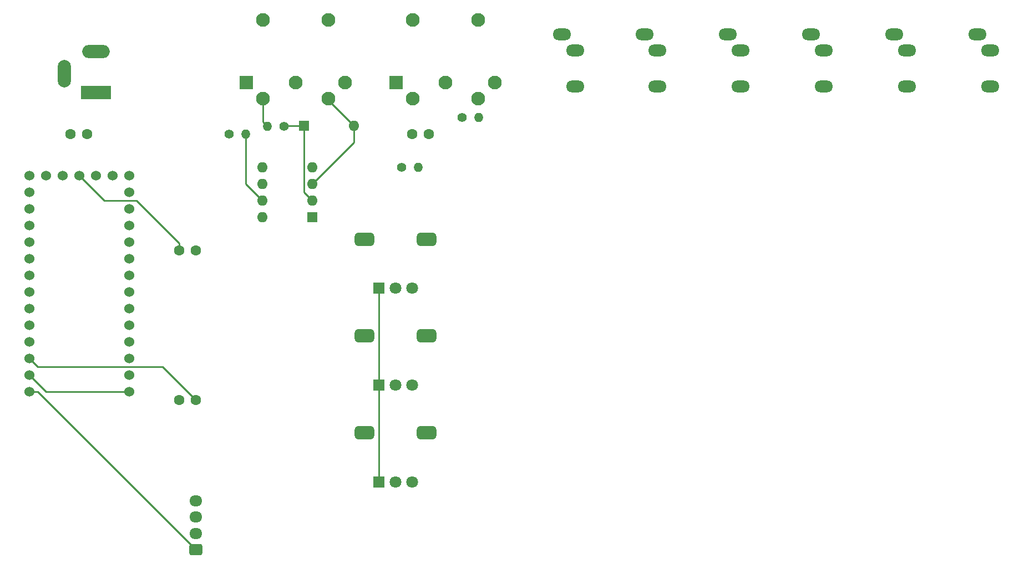
<source format=gbr>
%TF.GenerationSoftware,KiCad,Pcbnew,(6.0.11-0)*%
%TF.CreationDate,2025-03-26T21:45:13-05:00*%
%TF.ProjectId,btnBRD,62746e42-5244-42e6-9b69-6361645f7063,rev?*%
%TF.SameCoordinates,Original*%
%TF.FileFunction,Copper,L2,Bot*%
%TF.FilePolarity,Positive*%
%FSLAX46Y46*%
G04 Gerber Fmt 4.6, Leading zero omitted, Abs format (unit mm)*
G04 Created by KiCad (PCBNEW (6.0.11-0)) date 2025-03-26 21:45:13*
%MOMM*%
%LPD*%
G01*
G04 APERTURE LIST*
G04 Aperture macros list*
%AMRoundRect*
0 Rectangle with rounded corners*
0 $1 Rounding radius*
0 $2 $3 $4 $5 $6 $7 $8 $9 X,Y pos of 4 corners*
0 Add a 4 corners polygon primitive as box body*
4,1,4,$2,$3,$4,$5,$6,$7,$8,$9,$2,$3,0*
0 Add four circle primitives for the rounded corners*
1,1,$1+$1,$2,$3*
1,1,$1+$1,$4,$5*
1,1,$1+$1,$6,$7*
1,1,$1+$1,$8,$9*
0 Add four rect primitives between the rounded corners*
20,1,$1+$1,$2,$3,$4,$5,0*
20,1,$1+$1,$4,$5,$6,$7,0*
20,1,$1+$1,$6,$7,$8,$9,0*
20,1,$1+$1,$8,$9,$2,$3,0*%
G04 Aperture macros list end*
%TA.AperFunction,ComponentPad*%
%ADD10R,4.600000X2.000000*%
%TD*%
%TA.AperFunction,ComponentPad*%
%ADD11O,4.200000X2.000000*%
%TD*%
%TA.AperFunction,ComponentPad*%
%ADD12O,2.000000X4.200000*%
%TD*%
%TA.AperFunction,ComponentPad*%
%ADD13O,2.800000X1.800000*%
%TD*%
%TA.AperFunction,ComponentPad*%
%ADD14C,1.600000*%
%TD*%
%TA.AperFunction,ComponentPad*%
%ADD15C,1.530000*%
%TD*%
%TA.AperFunction,ComponentPad*%
%ADD16RoundRect,0.500000X1.000000X-0.500000X1.000000X0.500000X-1.000000X0.500000X-1.000000X-0.500000X0*%
%TD*%
%TA.AperFunction,ComponentPad*%
%ADD17C,1.800000*%
%TD*%
%TA.AperFunction,ComponentPad*%
%ADD18R,1.800000X1.800000*%
%TD*%
%TA.AperFunction,ComponentPad*%
%ADD19O,1.400000X1.400000*%
%TD*%
%TA.AperFunction,ComponentPad*%
%ADD20C,1.400000*%
%TD*%
%TA.AperFunction,ComponentPad*%
%ADD21O,1.600000X1.600000*%
%TD*%
%TA.AperFunction,ComponentPad*%
%ADD22R,1.600000X1.600000*%
%TD*%
%TA.AperFunction,ComponentPad*%
%ADD23C,2.100000*%
%TD*%
%TA.AperFunction,ComponentPad*%
%ADD24R,2.100000X2.100000*%
%TD*%
%TA.AperFunction,ComponentPad*%
%ADD25O,1.950000X1.700000*%
%TD*%
%TA.AperFunction,ComponentPad*%
%ADD26RoundRect,0.250000X0.725000X-0.600000X0.725000X0.600000X-0.725000X0.600000X-0.725000X-0.600000X0*%
%TD*%
%TA.AperFunction,Conductor*%
%ADD27C,0.250000*%
%TD*%
G04 APERTURE END LIST*
D10*
%TO.P,J1,1*%
%TO.N,5VDC*%
X35560000Y-31750000D03*
D11*
%TO.P,J1,2*%
%TO.N,GND*%
X35560000Y-25450000D03*
D12*
%TO.P,J1,3*%
%TO.N,N/C*%
X30760000Y-28850000D03*
%TD*%
D13*
%TO.P,J5,T*%
%TO.N,E2*%
X121280000Y-25260000D03*
%TO.P,J5,S*%
%TO.N,GND*%
X119280000Y-22860000D03*
%TO.P,J5,R*%
%TO.N,N/C*%
X121280000Y-30760000D03*
%TD*%
D14*
%TO.P,C2,2*%
%TO.N,5VDC*%
X86320000Y-38100000D03*
%TO.P,C2,1*%
%TO.N,GND*%
X83820000Y-38100000D03*
%TD*%
%TO.P,C3,2*%
%TO.N,3VDC*%
X50760000Y-55880000D03*
%TO.P,C3,1*%
%TO.N,GND*%
X48260000Y-55880000D03*
%TD*%
D13*
%TO.P,J9,T*%
%TO.N,E6*%
X172080000Y-25260000D03*
%TO.P,J9,S*%
%TO.N,GND*%
X170080000Y-22860000D03*
%TO.P,J9,R*%
%TO.N,N/C*%
X172080000Y-30760000D03*
%TD*%
%TO.P,J4,T*%
%TO.N,E1*%
X108680000Y-25260000D03*
%TO.P,J4,S*%
%TO.N,GND*%
X106680000Y-22860000D03*
%TO.P,J4,R*%
%TO.N,N/C*%
X108680000Y-30760000D03*
%TD*%
%TO.P,J6,T*%
%TO.N,E3*%
X133980000Y-25260000D03*
%TO.P,J6,S*%
%TO.N,GND*%
X131980000Y-22860000D03*
%TO.P,J6,R*%
%TO.N,N/C*%
X133980000Y-30760000D03*
%TD*%
D14*
%TO.P,C4,2*%
%TO.N,3VDC*%
X50760000Y-78740000D03*
%TO.P,C4,1*%
%TO.N,GND*%
X48260000Y-78740000D03*
%TD*%
D15*
%TO.P,U1,VIN,VIN*%
%TO.N,5VDC*%
X25400000Y-77470000D03*
%TO.P,U1,VBAT,VBAT*%
%TO.N,unconnected-(U1-PadVBAT)*%
X38100000Y-44450000D03*
%TO.P,U1,PGM,PROGRAM*%
%TO.N,unconnected-(U1-PadPGM)*%
X30480000Y-44450000D03*
%TO.P,U1,ON-OFF,ON/OFF*%
%TO.N,unconnected-(U1-PadON-OFF)*%
X27940000Y-44450000D03*
%TO.P,U1,G3,G3*%
%TO.N,GND*%
X25400000Y-74930000D03*
%TO.P,U1,G2,G2*%
X33020000Y-44450000D03*
%TO.P,U1,G1,G1*%
X40640000Y-77470000D03*
%TO.P,U1,23,23*%
%TO.N,MRC*%
X25400000Y-69850000D03*
%TO.P,U1,22,22*%
%TO.N,MRR*%
X25400000Y-67310000D03*
%TO.P,U1,21,21*%
%TO.N,E6*%
X25400000Y-64770000D03*
%TO.P,U1,20,20*%
%TO.N,E5*%
X25400000Y-62230000D03*
%TO.P,U1,19,19*%
%TO.N,SCL*%
X25400000Y-59690000D03*
%TO.P,U1,18,18*%
%TO.N,SDA*%
X25400000Y-57150000D03*
%TO.P,U1,17,17*%
%TO.N,E4*%
X25400000Y-54610000D03*
%TO.P,U1,16,16*%
%TO.N,E3*%
X25400000Y-52070000D03*
%TO.P,U1,15,15*%
%TO.N,E2*%
X25400000Y-49530000D03*
%TO.P,U1,14,14*%
%TO.N,E1*%
X25400000Y-46990000D03*
%TO.P,U1,13,13*%
%TO.N,unconnected-(U1-Pad13)*%
X25400000Y-44450000D03*
%TO.P,U1,12,12*%
%TO.N,unconnected-(U1-Pad12)*%
X40640000Y-44450000D03*
%TO.P,U1,11,11*%
%TO.N,MuxC4*%
X40640000Y-46990000D03*
%TO.P,U1,10,10*%
%TO.N,MuxC3*%
X40640000Y-49530000D03*
%TO.P,U1,9,9*%
%TO.N,MuxC2*%
X40640000Y-52070000D03*
%TO.P,U1,8,8*%
%TO.N,MuxC1*%
X40640000Y-54610000D03*
%TO.P,U1,7,7*%
%TO.N,unconnected-(U1-Pad7)*%
X40640000Y-57150000D03*
%TO.P,U1,6,6*%
%TO.N,LED*%
X40640000Y-59690000D03*
%TO.P,U1,5,5*%
%TO.N,MuxR4*%
X40640000Y-62230000D03*
%TO.P,U1,4,4*%
%TO.N,MuxR3*%
X40640000Y-64770000D03*
%TO.P,U1,3.3V_2,3.3V_2*%
%TO.N,3VDC*%
X25400000Y-72390000D03*
%TO.P,U1,3.3V_1,3.3V_1*%
X35560000Y-44450000D03*
%TO.P,U1,3,3*%
%TO.N,MuxR2*%
X40640000Y-67310000D03*
%TO.P,U1,2,2*%
%TO.N,MuxR1*%
X40640000Y-69850000D03*
%TO.P,U1,1,1*%
%TO.N,MIDIo3*%
X40640000Y-72390000D03*
%TO.P,U1,0,0*%
%TO.N,MIDIi3*%
X40640000Y-74930000D03*
%TD*%
D16*
%TO.P,RV1,MP*%
%TO.N,N/C*%
X86030000Y-83705000D03*
X76530000Y-83705000D03*
D17*
%TO.P,RV1,3,3*%
%TO.N,GND*%
X83780000Y-91205000D03*
%TO.P,RV1,2,2*%
%TO.N,fp1*%
X81280000Y-91205000D03*
D18*
%TO.P,RV1,1,1*%
%TO.N,3VDC*%
X78780000Y-91205000D03*
%TD*%
D16*
%TO.P,RV2,MP*%
%TO.N,N/C*%
X86030000Y-68905000D03*
X76530000Y-68905000D03*
D17*
%TO.P,RV2,3,3*%
%TO.N,GND*%
X83780000Y-76405000D03*
%TO.P,RV2,2,2*%
%TO.N,fp2*%
X81280000Y-76405000D03*
D18*
%TO.P,RV2,1,1*%
%TO.N,3VDC*%
X78780000Y-76405000D03*
%TD*%
D13*
%TO.P,J8,T*%
%TO.N,E5*%
X159380000Y-25260000D03*
%TO.P,J8,S*%
%TO.N,GND*%
X157380000Y-22860000D03*
%TO.P,J8,R*%
%TO.N,N/C*%
X159380000Y-30760000D03*
%TD*%
%TO.P,J7,T*%
%TO.N,E4*%
X146680000Y-25260000D03*
%TO.P,J7,S*%
%TO.N,GND*%
X144680000Y-22860000D03*
%TO.P,J7,R*%
%TO.N,N/C*%
X146680000Y-30760000D03*
%TD*%
D19*
%TO.P,R3,2*%
%TO.N,Net-(J2-Pad4)*%
X61760000Y-36900000D03*
D20*
%TO.P,R3,1*%
%TO.N,Net-(D43-Pad1)*%
X64300000Y-36900000D03*
%TD*%
D16*
%TO.P,RV3,MP*%
%TO.N,N/C*%
X86030000Y-54105000D03*
X76530000Y-54105000D03*
D17*
%TO.P,RV3,3,3*%
%TO.N,GND*%
X83780000Y-61605000D03*
%TO.P,RV3,2,2*%
%TO.N,main*%
X81280000Y-61605000D03*
D18*
%TO.P,RV3,1,1*%
%TO.N,3VDC*%
X78780000Y-61605000D03*
%TD*%
D19*
%TO.P,R1,2*%
%TO.N,5VDC*%
X84760000Y-43180000D03*
D20*
%TO.P,R1,1*%
%TO.N,MIDI_IN*%
X82220000Y-43180000D03*
%TD*%
D19*
%TO.P,R4,2*%
%TO.N,Net-(J3-Pad5)*%
X93980000Y-35560000D03*
D20*
%TO.P,R4,1*%
%TO.N,5VDC*%
X91440000Y-35560000D03*
%TD*%
D21*
%TO.P,D43,2,A*%
%TO.N,Net-(D43-Pad2)*%
X74930000Y-36750000D03*
D22*
%TO.P,D43,1,K*%
%TO.N,Net-(D43-Pad1)*%
X67310000Y-36750000D03*
%TD*%
D14*
%TO.P,C1,2*%
%TO.N,5VDC*%
X34167446Y-38100000D03*
%TO.P,C1,1*%
%TO.N,GND*%
X31667446Y-38100000D03*
%TD*%
D19*
%TO.P,R2,2*%
%TO.N,Net-(R2-Pad2)*%
X58420000Y-38100000D03*
D20*
%TO.P,R2,1*%
%TO.N,GND*%
X55880000Y-38100000D03*
%TD*%
D23*
%TO.P,J3,G2*%
%TO.N,N/C*%
X83900000Y-20650000D03*
%TO.P,J3,G1*%
X93900000Y-20650000D03*
%TO.P,J3,5*%
%TO.N,Net-(J3-Pad5)*%
X93900000Y-32650000D03*
%TO.P,J3,4*%
%TO.N,MIDI_OUT*%
X83900000Y-32650000D03*
%TO.P,J3,3*%
%TO.N,unconnected-(J3-Pad3)*%
X96400000Y-30150000D03*
%TO.P,J3,2*%
%TO.N,GND*%
X88900000Y-30150000D03*
D24*
%TO.P,J3,1*%
%TO.N,unconnected-(J3-Pad1)*%
X81400000Y-30150000D03*
%TD*%
D25*
%TO.P,J10,4,Pin_4*%
%TO.N,GND*%
X50800000Y-94100000D03*
%TO.P,J10,3,Pin_3*%
%TO.N,SDA*%
X50800000Y-96600000D03*
%TO.P,J10,2,Pin_2*%
%TO.N,SCL*%
X50800000Y-99100000D03*
D26*
%TO.P,J10,1,Pin_1*%
%TO.N,5VDC*%
X50800000Y-101600000D03*
%TD*%
D21*
%TO.P,U5,8,VCC*%
%TO.N,5VDC*%
X60960000Y-50800000D03*
%TO.P,U5,7,VO1*%
%TO.N,Net-(R2-Pad2)*%
X60960000Y-48260000D03*
%TO.P,U5,6,VO2*%
%TO.N,MIDI_IN*%
X60960000Y-45720000D03*
%TO.P,U5,5,GND*%
%TO.N,GND*%
X60960000Y-43180000D03*
%TO.P,U5,4,NC*%
%TO.N,unconnected-(U5-Pad4)*%
X68580000Y-43180000D03*
%TO.P,U5,3,C2*%
%TO.N,Net-(D43-Pad2)*%
X68580000Y-45720000D03*
%TO.P,U5,2,C1*%
%TO.N,Net-(D43-Pad1)*%
X68580000Y-48260000D03*
D22*
%TO.P,U5,1,NC*%
%TO.N,unconnected-(U5-Pad1)*%
X68580000Y-50800000D03*
%TD*%
D23*
%TO.P,J2,G2*%
%TO.N,N/C*%
X61040000Y-20650000D03*
%TO.P,J2,G1*%
X71040000Y-20650000D03*
%TO.P,J2,5*%
%TO.N,Net-(D43-Pad2)*%
X71040000Y-32650000D03*
%TO.P,J2,4*%
%TO.N,Net-(J2-Pad4)*%
X61040000Y-32650000D03*
%TO.P,J2,3*%
%TO.N,unconnected-(J2-Pad3)*%
X73540000Y-30150000D03*
%TO.P,J2,2*%
%TO.N,GND*%
X66040000Y-30150000D03*
D24*
%TO.P,J2,1*%
%TO.N,unconnected-(J2-Pad1)*%
X58540000Y-30150000D03*
%TD*%
D27*
%TO.N,3VDC*%
X50760000Y-78740000D02*
X45680000Y-73660000D01*
X45680000Y-73660000D02*
X26670000Y-73660000D01*
X26670000Y-73660000D02*
X25400000Y-72390000D01*
%TO.N,5VDC*%
X50800000Y-101600000D02*
X26670000Y-77470000D01*
X26670000Y-77470000D02*
X25400000Y-77470000D01*
%TO.N,3VDC*%
X78780000Y-76405000D02*
X78780000Y-91205000D01*
X78780000Y-76405000D02*
X78780000Y-61605000D01*
%TO.N,Net-(R2-Pad2)*%
X60960000Y-48260000D02*
X58420000Y-45720000D01*
X58420000Y-45720000D02*
X58420000Y-38100000D01*
%TO.N,Net-(D43-Pad2)*%
X68580000Y-45720000D02*
X74930000Y-39370000D01*
X74930000Y-39370000D02*
X74930000Y-36750000D01*
%TO.N,Net-(D43-Pad1)*%
X68580000Y-48260000D02*
X67310000Y-46990000D01*
X67310000Y-46990000D02*
X67310000Y-36750000D01*
%TO.N,Net-(D43-Pad2)*%
X74930000Y-36750000D02*
X71040000Y-32860000D01*
X71040000Y-32860000D02*
X71040000Y-32650000D01*
%TO.N,Net-(D43-Pad1)*%
X67310000Y-36750000D02*
X64450000Y-36750000D01*
X64450000Y-36750000D02*
X64300000Y-36900000D01*
%TO.N,Net-(J2-Pad4)*%
X61760000Y-36900000D02*
X61040000Y-36180000D01*
X61040000Y-36180000D02*
X61040000Y-32650000D01*
%TO.N,GND*%
X48260000Y-55880000D02*
X48260000Y-54748630D01*
X48260000Y-54748630D02*
X41771370Y-48260000D01*
X41771370Y-48260000D02*
X36830000Y-48260000D01*
X36830000Y-48260000D02*
X33020000Y-44450000D01*
X40640000Y-77470000D02*
X27940000Y-77470000D01*
X27940000Y-77470000D02*
X25400000Y-74930000D01*
%TD*%
M02*

</source>
